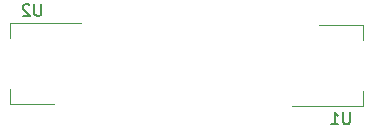
<source format=gbr>
%TF.GenerationSoftware,KiCad,Pcbnew,7.0.2*%
%TF.CreationDate,2023-05-21T11:23:20+02:00*%
%TF.ProjectId,sdrt41-tx,73647274-3431-42d7-9478-2e6b69636164,rev?*%
%TF.SameCoordinates,Original*%
%TF.FileFunction,Legend,Bot*%
%TF.FilePolarity,Positive*%
%FSLAX46Y46*%
G04 Gerber Fmt 4.6, Leading zero omitted, Abs format (unit mm)*
G04 Created by KiCad (PCBNEW 7.0.2) date 2023-05-21 11:23:20*
%MOMM*%
%LPD*%
G01*
G04 APERTURE LIST*
%ADD10C,0.150000*%
%ADD11C,0.120000*%
G04 APERTURE END LIST*
D10*
%TO.C,U2*%
X87020304Y-65168219D02*
X87020304Y-65977742D01*
X87020304Y-65977742D02*
X86972685Y-66072980D01*
X86972685Y-66072980D02*
X86925066Y-66120600D01*
X86925066Y-66120600D02*
X86829828Y-66168219D01*
X86829828Y-66168219D02*
X86639352Y-66168219D01*
X86639352Y-66168219D02*
X86544114Y-66120600D01*
X86544114Y-66120600D02*
X86496495Y-66072980D01*
X86496495Y-66072980D02*
X86448876Y-65977742D01*
X86448876Y-65977742D02*
X86448876Y-65168219D01*
X86020304Y-65263457D02*
X85972685Y-65215838D01*
X85972685Y-65215838D02*
X85877447Y-65168219D01*
X85877447Y-65168219D02*
X85639352Y-65168219D01*
X85639352Y-65168219D02*
X85544114Y-65215838D01*
X85544114Y-65215838D02*
X85496495Y-65263457D01*
X85496495Y-65263457D02*
X85448876Y-65358695D01*
X85448876Y-65358695D02*
X85448876Y-65453933D01*
X85448876Y-65453933D02*
X85496495Y-65596790D01*
X85496495Y-65596790D02*
X86067923Y-66168219D01*
X86067923Y-66168219D02*
X85448876Y-66168219D01*
%TO.C,U1*%
X113156904Y-74320619D02*
X113156904Y-75130142D01*
X113156904Y-75130142D02*
X113109285Y-75225380D01*
X113109285Y-75225380D02*
X113061666Y-75273000D01*
X113061666Y-75273000D02*
X112966428Y-75320619D01*
X112966428Y-75320619D02*
X112775952Y-75320619D01*
X112775952Y-75320619D02*
X112680714Y-75273000D01*
X112680714Y-75273000D02*
X112633095Y-75225380D01*
X112633095Y-75225380D02*
X112585476Y-75130142D01*
X112585476Y-75130142D02*
X112585476Y-74320619D01*
X111585476Y-75320619D02*
X112156904Y-75320619D01*
X111871190Y-75320619D02*
X111871190Y-74320619D01*
X111871190Y-74320619D02*
X111966428Y-74463476D01*
X111966428Y-74463476D02*
X112061666Y-74558714D01*
X112061666Y-74558714D02*
X112156904Y-74606333D01*
D11*
%TO.C,U2*%
X90358400Y-66795600D02*
X84348400Y-66795600D01*
X84348400Y-66795600D02*
X84348400Y-68055600D01*
X88108400Y-73615600D02*
X84348400Y-73615600D01*
X84348400Y-73615600D02*
X84348400Y-72355600D01*
%TO.C,U1*%
X114305000Y-66948000D02*
X114305000Y-68208000D01*
X110545000Y-66948000D02*
X114305000Y-66948000D01*
X114305000Y-73768000D02*
X114305000Y-72508000D01*
X108295000Y-73768000D02*
X114305000Y-73768000D01*
%TD*%
M02*

</source>
